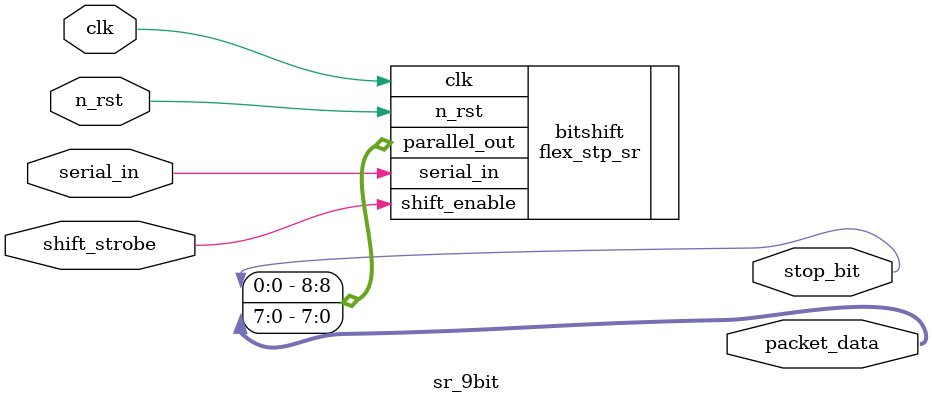
<source format=sv>

module sr_9bit
(
	input wire clk,
	input wire n_rst,
	input wire shift_strobe,
	input wire serial_in,
	output reg [7:0] packet_data,
	output reg stop_bit
);

flex_stp_sr #(.NUM_BITS(9), .SHIFT_MSB(0)) bitshift(.clk(clk), .n_rst(n_rst), .shift_enable(shift_strobe), .serial_in(serial_in), .parallel_out({stop_bit, packet_data}));

endmodule
</source>
